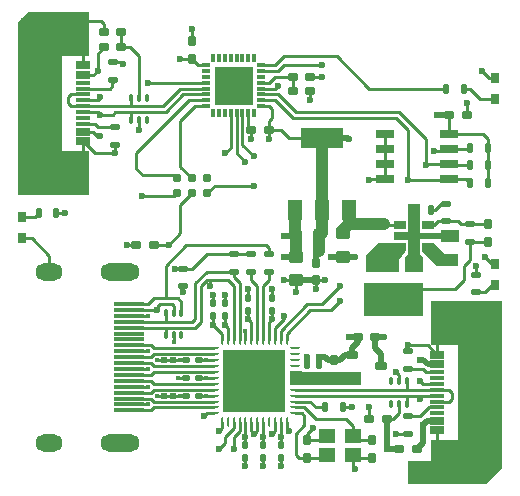
<source format=gtl>
%FSLAX46Y46*%
%MOMM*%
%ADD10C,0.250000*%
%ADD13C,0.286000*%
%ADD11C,0.500000*%
%ADD12C,1.000000*%
%AMPS40*
21,1,5.300000,5.300000,0.000000,0.000000,180.000000*
%
%ADD40PS40*%
%AMPS22*
21,1,0.250000,0.500000,0.000000,0.000000,90.000000*
%
%ADD22PS22*%
%AMPS25*
21,1,0.250000,0.500000,0.000000,0.000000,270.000000*
%
%ADD25PS25*%
%AMPS44*
21,1,0.600000,1.500000,0.000000,0.000000,90.000000*
%
%ADD44PS44*%
%AMPS43*
21,1,0.600000,1.500000,0.000000,0.000000,270.000000*
%
%ADD43PS43*%
%AMPS23*
21,1,0.450000,0.500000,0.000000,0.000000,90.000000*
%
%ADD23PS23*%
%AMPS24*
21,1,0.450000,0.500000,0.000000,0.000000,270.000000*
%
%ADD24PS24*%
%AMPS45*
21,1,1.250000,1.750000,0.000000,0.000000,0.000000*
%
%ADD45PS45*%
%AMPS49*
21,1,0.600000,1.150000,0.000000,0.000000,90.000000*
%
%ADD49PS49*%
%AMPS30*
21,1,0.600000,1.150000,0.000000,0.000000,270.000000*
%
%ADD30PS30*%
%AMPS53*
21,1,0.300000,0.600000,0.000000,0.000000,0.000000*
%
%ADD53PS53*%
%AMPS55*
21,1,0.300000,0.600000,0.000000,0.000000,90.000000*
%
%ADD55PS55*%
%AMPS54*
21,1,0.300000,0.600000,0.000000,0.000000,180.000000*
%
%ADD54PS54*%
%AMPS56*
21,1,0.300000,0.600000,0.000000,0.000000,270.000000*
%
%ADD56PS56*%
%AMPS46*
21,1,3.500000,1.750000,0.000000,0.000000,0.000000*
%
%ADD46PS46*%
%AMPS58*
21,1,0.300000,2.600000,0.000000,0.000000,270.000000*
%
%ADD58PS58*%
%AMPS16*
21,1,1.000000,2.700000,0.000000,0.000000,270.000000*
%
%ADD16PS16*%
%AMPS50*
21,1,2.180000,2.000000,0.000000,0.000000,90.000000*
%
%ADD50PS50*%
%AMPS31*
21,1,2.180000,2.000000,0.000000,0.000000,270.000000*
%
%ADD31PS31*%
%AMPS51*
21,1,0.300000,1.150000,0.000000,0.000000,90.000000*
%
%ADD51PS51*%
%AMPS32*
21,1,0.300000,1.150000,0.000000,0.000000,270.000000*
%
%ADD32PS32*%
%AMPS18*
21,1,0.700000,1.000000,0.000000,0.000000,270.000000*
%
%ADD18PS18*%
%AMPS52*
21,1,1.400000,1.200000,0.000000,0.000000,180.000000*
%
%ADD52PS52*%
%AMPS34*
21,1,0.800000,0.700000,0.000000,0.000000,90.000000*
%
%ADD34PS34*%
%AMPS48*
21,1,0.800000,0.700000,0.000000,0.000000,270.000000*
%
%ADD48PS48*%
%AMPS62*
1,1,0.600000,0.000000,0.000000*
%
%ADD62PS62*%
%AMPS63*
1,1,0.450000,0.000000,0.000000*
%
%ADD63PS63*%
%AMPS59*
21,1,1.800000,1.500000,0.000000,0.000000,0.000000*
1,1,1.500000,0.900000,0.000000*
1,1,1.500000,-0.900000,0.000000*
%
%ADD59PS59*%
%AMPS60*
21,1,0.800000,1.500000,0.000000,0.000000,0.000000*
1,1,1.500000,0.400000,0.000000*
1,1,1.500000,-0.400000,0.000000*
%
%ADD60PS60*%
%AMPS21*
1,1,0.360000,0.220000,-0.195000*
1,1,0.360000,-0.220000,0.195000*
1,1,0.360000,0.220000,0.195000*
21,1,0.800000,0.390000,0.000000,0.000000,0.000000*
21,1,0.440000,0.750000,0.000000,0.000000,0.000000*
1,1,0.360000,-0.220000,-0.195000*
%
%ADD21PS21*%
%AMPS15*
1,1,0.360000,0.195000,0.220000*
1,1,0.360000,-0.195000,-0.220000*
1,1,0.360000,-0.195000,0.220000*
21,1,0.800000,0.390000,0.000000,0.000000,90.000000*
21,1,0.440000,0.750000,0.000000,0.000000,90.000000*
1,1,0.360000,0.195000,-0.220000*
%
%ADD15PS15*%
%AMPS35*
1,1,0.360000,-0.220000,0.195000*
1,1,0.360000,0.220000,-0.195000*
1,1,0.360000,-0.220000,-0.195000*
21,1,0.800000,0.390000,0.000000,0.000000,180.000000*
21,1,0.440000,0.750000,0.000000,0.000000,180.000000*
1,1,0.360000,0.220000,0.195000*
%
%ADD35PS35*%
%AMPS29*
1,1,0.360000,-0.195000,-0.220000*
1,1,0.360000,0.195000,0.220000*
1,1,0.360000,0.195000,-0.220000*
21,1,0.800000,0.390000,0.000000,0.000000,270.000000*
21,1,0.440000,0.750000,0.000000,0.000000,270.000000*
1,1,0.360000,-0.195000,0.220000*
%
%ADD29PS29*%
%AMPS17*
1,1,0.500000,0.375000,0.250000*
1,1,0.500000,-0.375000,-0.250000*
1,1,0.500000,-0.375000,0.250000*
21,1,1.000000,0.750000,0.000000,0.000000,90.000000*
21,1,0.500000,1.250000,0.000000,0.000000,90.000000*
1,1,0.500000,0.375000,-0.250000*
%
%ADD17PS17*%
%AMPS61*
1,1,0.500000,-0.250000,0.375000*
1,1,0.500000,0.250000,-0.375000*
1,1,0.500000,-0.250000,-0.375000*
21,1,1.000000,0.750000,0.000000,0.000000,180.000000*
21,1,0.500000,1.250000,0.000000,0.000000,180.000000*
1,1,0.500000,0.250000,0.375000*
%
%ADD61PS61*%
%AMPS47*
1,1,0.500000,-0.375000,-0.250000*
1,1,0.500000,0.375000,0.250000*
1,1,0.500000,0.375000,-0.250000*
21,1,1.000000,0.750000,0.000000,0.000000,270.000000*
21,1,0.500000,1.250000,0.000000,0.000000,270.000000*
1,1,0.500000,-0.375000,0.250000*
%
%ADD47PS47*%
%AMPS39*
1,1,0.125000,-0.062500,0.337500*
1,1,0.125000,0.062500,-0.337500*
1,1,0.125000,-0.062500,-0.337500*
21,1,0.250000,0.675000,0.000000,0.000000,180.000000*
21,1,0.125000,0.800000,0.000000,0.000000,180.000000*
1,1,0.125000,0.062500,0.337500*
%
%ADD39PS39*%
%AMPS26*
1,1,0.240000,0.130000,-0.330000*
1,1,0.240000,-0.130000,0.330000*
1,1,0.240000,0.130000,0.330000*
21,1,0.500000,0.660000,0.000000,0.000000,0.000000*
21,1,0.260000,0.900000,0.000000,0.000000,0.000000*
1,1,0.240000,-0.130000,-0.330000*
%
%ADD26PS26*%
%AMPS36*
1,1,0.240000,0.330000,0.130000*
1,1,0.240000,-0.330000,-0.130000*
1,1,0.240000,-0.330000,0.130000*
21,1,0.500000,0.660000,0.000000,0.000000,90.000000*
21,1,0.260000,0.900000,0.000000,0.000000,90.000000*
1,1,0.240000,0.330000,-0.130000*
%
%ADD36PS36*%
%AMPS33*
1,1,0.240000,-0.130000,0.330000*
1,1,0.240000,0.130000,-0.330000*
1,1,0.240000,-0.130000,-0.330000*
21,1,0.500000,0.660000,0.000000,0.000000,180.000000*
21,1,0.260000,0.900000,0.000000,0.000000,180.000000*
1,1,0.240000,0.130000,0.330000*
%
%ADD33PS33*%
%AMPS20*
1,1,0.240000,-0.330000,-0.130000*
1,1,0.240000,0.330000,0.130000*
1,1,0.240000,0.330000,-0.130000*
21,1,0.500000,0.660000,0.000000,0.000000,270.000000*
21,1,0.260000,0.900000,0.000000,0.000000,270.000000*
1,1,0.240000,-0.330000,0.130000*
%
%ADD20PS20*%
%AMPS28*
1,1,0.200000,0.110000,-0.200000*
1,1,0.200000,-0.110000,0.200000*
1,1,0.200000,0.110000,0.200000*
21,1,0.420000,0.400000,0.000000,0.000000,0.000000*
21,1,0.220000,0.600000,0.000000,0.000000,0.000000*
1,1,0.200000,-0.110000,-0.200000*
%
%ADD28PS28*%
%AMPS27*
1,1,0.200000,-0.110000,0.200000*
1,1,0.200000,0.110000,-0.200000*
1,1,0.200000,-0.110000,-0.200000*
21,1,0.420000,0.400000,0.000000,0.000000,180.000000*
21,1,0.220000,0.600000,0.000000,0.000000,180.000000*
1,1,0.200000,0.110000,0.200000*
%
%ADD27PS27*%
%AMPS14*
1,1,0.240000,0.130000,0.180000*
1,1,0.240000,-0.130000,-0.180000*
1,1,0.240000,-0.130000,0.180000*
21,1,0.600000,0.260000,0.000000,0.000000,90.000000*
21,1,0.360000,0.500000,0.000000,0.000000,90.000000*
1,1,0.240000,0.130000,-0.180000*
%
%ADD14PS14*%
%AMPS37*
1,1,0.240000,-0.180000,0.130000*
1,1,0.240000,0.180000,-0.130000*
1,1,0.240000,-0.180000,-0.130000*
21,1,0.600000,0.260000,0.000000,0.000000,180.000000*
21,1,0.360000,0.500000,0.000000,0.000000,180.000000*
1,1,0.240000,0.180000,0.130000*
%
%ADD37PS37*%
%AMPS19*
1,1,0.240000,-0.130000,-0.180000*
1,1,0.240000,0.130000,0.180000*
1,1,0.240000,0.130000,-0.180000*
21,1,0.600000,0.260000,0.000000,0.000000,270.000000*
21,1,0.360000,0.500000,0.000000,0.000000,270.000000*
1,1,0.240000,-0.130000,0.180000*
%
%ADD19PS19*%
%AMPS41*
1,1,0.340000,0.330000,0.180000*
1,1,0.340000,-0.330000,-0.180000*
1,1,0.340000,-0.330000,0.180000*
21,1,0.700000,0.660000,0.000000,0.000000,90.000000*
21,1,0.360000,1.000000,0.000000,0.000000,90.000000*
1,1,0.340000,0.330000,-0.180000*
%
%ADD41PS41*%
%AMPS38*
1,1,0.125000,-0.337500,0.062500*
1,1,0.125000,0.337500,-0.062500*
1,1,0.125000,-0.337500,-0.062500*
21,1,0.800000,0.125000,0.000000,0.000000,180.000000*
21,1,0.675000,0.250000,0.000000,0.000000,180.000000*
1,1,0.125000,0.337500,0.062500*
%
%ADD38PS38*%
%AMPS57*
21,1,3.300000,3.300000,0.000000,0.000000,180.000000*
%
%ADD57PS57*%
%AMPS42*
1,1,0.787400,0.000000,0.000000*
%
%ADD42PS42*%
G01*
%LPD*%
G36*
X6500000Y25250000D02*
X6500000Y29000000D01*
X4250000Y29000000D01*
X4250000Y37000000D01*
X6500000Y37000000D01*
X6500000Y40750000D01*
X1367695Y40750000D01*
X500000Y39882305D01*
X500000Y25250000D01*
X6500000Y25250000D01*
D02*
G37*
%LPD*%
G36*
X34750000Y18750000D02*
X34750000Y19999999D01*
X34505001Y20245000D01*
X34495000Y20245000D01*
X34495000Y21355000D01*
X34500000Y21355000D01*
X34500000Y21500000D01*
X36300000Y21500000D01*
X36300000Y21250000D01*
X37800000Y21250000D01*
X37800000Y22250000D01*
X36300000Y22250000D01*
X36300000Y22000000D01*
X34500000Y22000000D01*
X34500000Y22145000D01*
X34495000Y22145000D01*
X34495000Y23255000D01*
X34500000Y23255000D01*
X34500000Y24500000D01*
X33500000Y24500000D01*
X33500000Y23255000D01*
X33505000Y23255000D01*
X33505000Y22145000D01*
X33500000Y22145000D01*
X33500000Y22100000D01*
X32300000Y22100000D01*
X32300000Y21400000D01*
X33500000Y21400000D01*
X33500000Y21355000D01*
X33505000Y21355000D01*
X33505000Y20245000D01*
X33494999Y20245000D01*
X33250000Y19999999D01*
X33250000Y18750000D01*
X34750000Y18750000D01*
D02*
G37*
%LPD*%
G36*
X37750000Y19250000D02*
X37750000Y20250000D01*
X36650001Y20250000D01*
X35749999Y21150000D01*
X34700000Y21150000D01*
X34700000Y20450000D01*
X34799999Y20450000D01*
X36000001Y19250000D01*
X37750000Y19250000D01*
D02*
G37*
%LPD*%
G36*
X32750000Y18750000D02*
X32750000Y19750000D01*
X33300000Y20450000D01*
X33300000Y21150000D01*
X31000001Y21150000D01*
X29950000Y20100000D01*
X29950000Y18750000D01*
X32750000Y18750000D01*
D02*
G37*
%LPD*%
G36*
X34750000Y15000000D02*
X34750000Y17750000D01*
X29750000Y17750000D01*
X29750000Y15000000D01*
X34750000Y15000000D01*
D02*
G37*
%LPD*%
G36*
X40132305Y750000D02*
X41490000Y2107695D01*
X41490000Y16250000D01*
X35500000Y16250000D01*
X35500000Y12500000D01*
X37750000Y12500000D01*
X37750000Y4500000D01*
X35500000Y4500000D01*
X35500000Y2750000D01*
X33500000Y2750000D01*
X33500000Y750000D01*
X40132305Y750000D01*
D02*
G37*
%LPD*%
G36*
X29500000Y9125000D02*
X29500000Y10250000D01*
X24500000Y10250000D01*
X24500000Y10375000D01*
X23550000Y10375000D01*
X23550000Y9125000D01*
X29500000Y9125000D01*
D02*
G37*
%LPD*%
G01*
%LPD*%
D10*
X35995000Y5300000D02*
X35995000Y3965000D01*
D10*
X33400000Y7550000D02*
X33400000Y8160800D01*
D10*
X38750000Y21250000D02*
X38750000Y19750000D01*
D10*
X14250000Y36750000D02*
X15250000Y36750000D01*
D11*
X31750000Y5250000D02*
X31750000Y6250000D01*
D10*
X10500000Y21000000D02*
X9750000Y21000000D01*
D10*
X8500000Y32000000D02*
X8750000Y32250000D01*
D10*
X34505400Y8750000D02*
X34500000Y8744600D01*
D10*
X22000000Y32500000D02*
X22000000Y31750000D01*
D11*
X31200000Y11800000D02*
X31200000Y10750000D01*
D10*
X12850000Y9249998D02*
X13650000Y9249998D01*
D10*
X9250000Y37750000D02*
X10000000Y37750000D01*
D10*
X12500000Y16000000D02*
X13500000Y16000000D01*
D10*
X12250002Y8249998D02*
X12250000Y8250000D01*
D10*
X18250000Y14000000D02*
X18000000Y14250000D01*
D10*
X39250000Y17000000D02*
X40000000Y17000000D01*
D10*
X32800000Y22700000D02*
X31550000Y22700000D01*
D10*
X6005000Y34250000D02*
X8270166Y34250000D01*
D10*
X14750000Y21000000D02*
X13000000Y19250000D01*
D11*
X27999992Y19999944D02*
X28999944Y19999944D01*
D10*
X15250000Y26635000D02*
X14250000Y27635000D01*
D10*
X34520000Y8235400D02*
X34500000Y8255400D01*
D10*
X36950000Y26595000D02*
X38405000Y26595000D01*
D10*
X13025000Y15250000D02*
X13025000Y14525000D01*
D10*
X7750000Y39750000D02*
X7500000Y40000000D01*
D10*
X13675000Y15825000D02*
X13675000Y15250000D01*
D10*
X24250000Y3000000D02*
X25000000Y3000000D01*
D10*
X12000020Y8749998D02*
X12850000Y8749998D01*
D10*
X12250000Y15750000D02*
X12500000Y16000000D01*
D10*
X3150000Y20100000D02*
X1650000Y21600000D01*
D10*
X13675000Y13350000D02*
X13675000Y12825000D01*
D10*
X40250000Y30000000D02*
X39845000Y30405000D01*
D10*
X21750000Y20250000D02*
X21750000Y20750000D01*
D11*
X35170000Y10900000D02*
X35995000Y10900000D01*
D10*
X38250000Y18000112D02*
X37499944Y17250056D01*
D10*
X11750000Y8000000D02*
X12000013Y7749987D01*
D10*
X21250000Y12950000D02*
X21250000Y17500000D01*
D10*
X14250000Y11250000D02*
X13650002Y11250000D01*
D11*
X25750000Y20250000D02*
X26000000Y20500000D01*
D10*
X26600000Y3000000D02*
X25000000Y3000000D01*
D10*
X6005000Y35400000D02*
X6880000Y35400000D01*
D10*
X17750000Y5500000D02*
X17500000Y5250000D01*
D10*
X12850000Y7749998D02*
X13650000Y7749998D01*
D10*
X22750000Y6050000D02*
X22750000Y4750000D01*
D10*
X16500000Y20250000D02*
X18750000Y20250000D01*
D10*
X13000000Y32250000D02*
X10171432Y32250000D01*
D10*
X16750000Y18000000D02*
X18250000Y18000000D01*
D10*
X25750000Y7250000D02*
X26500000Y7250000D01*
D10*
X16500000Y20250000D02*
X15250000Y19000000D01*
D11*
X34250000Y3750000D02*
X34770000Y4270000D01*
D10*
X18000000Y4250000D02*
X17500000Y3750000D01*
D10*
X17050000Y8750000D02*
X13650002Y8750000D01*
D10*
X11999998Y10249998D02*
X12850000Y10249998D01*
D10*
X37020000Y7750000D02*
X35995000Y7750000D01*
D10*
X32250000Y6250000D02*
X31750000Y6250000D01*
D10*
X35200000Y22700000D02*
X35750000Y22700000D01*
D10*
X34520000Y6500000D02*
X33520000Y6500000D01*
D10*
X18750000Y17500000D02*
X18750000Y12950000D01*
D10*
X19250000Y17750000D02*
X18750000Y18250000D01*
D10*
X6005000Y29800000D02*
X6005000Y28465000D01*
D10*
X24000000Y5000000D02*
X24000000Y3250000D01*
D10*
X23000056Y20000056D02*
X23000000Y20000000D01*
D10*
X33520000Y5000000D02*
X32520000Y5000000D01*
D12*
X27999992Y21999944D02*
X27999992Y22249992D01*
D10*
X20750000Y5250000D02*
X20750000Y6050000D01*
D10*
X7480000Y30250000D02*
X7180000Y30250000D01*
D10*
X15500000Y32750000D02*
X16400000Y32750000D01*
D10*
X19500000Y29500000D02*
X20500000Y28500000D01*
D10*
X15250000Y25365000D02*
X14250000Y24365000D01*
D10*
X23450000Y30050000D02*
X26250000Y30050000D01*
D10*
X26250000Y16000000D02*
X27750000Y17500000D01*
D10*
X30500000Y4500000D02*
X29150000Y4500000D01*
D10*
X38000000Y22750000D02*
X38750000Y22750000D01*
D10*
X17750000Y6050000D02*
X17750000Y5500000D01*
D10*
X10100000Y31550000D02*
X10100000Y32178568D01*
D11*
X26750000Y11250000D02*
X26500000Y11500000D01*
D10*
X20000000Y31000000D02*
X20250000Y30750000D01*
D10*
X17155000Y26000000D02*
X20500000Y26000000D01*
D10*
X6880000Y35400000D02*
X7230000Y35750000D01*
D10*
X16520000Y25365000D02*
X17155000Y26000000D01*
D10*
X8480000Y34459834D02*
X8500000Y35000000D01*
D10*
X15000000Y33250000D02*
X10500000Y28750000D01*
D11*
X26500000Y11500000D02*
X26000000Y11500000D01*
D10*
X32500000Y31750000D02*
X23750000Y31750000D01*
D10*
X23950000Y7750000D02*
X25250000Y7750000D01*
D10*
X36750000Y23000000D02*
X37750000Y23000000D01*
D10*
X22750000Y13750000D02*
X25000000Y16000000D01*
D10*
X35995000Y9250000D02*
X34770000Y9250000D01*
D10*
X12750000Y32750000D02*
X14250000Y34250000D01*
D10*
X32750000Y32250000D02*
X35000000Y30000000D01*
D10*
X17000000Y14250000D02*
X17750000Y13500000D01*
D10*
X21750000Y32750000D02*
X22000000Y32500000D01*
D10*
X7230000Y32250000D02*
X7480000Y32000000D01*
D10*
X35995000Y11700000D02*
X35995000Y13035000D01*
D10*
X6005000Y37535000D02*
X5430000Y38110000D01*
D10*
X23955400Y8744600D02*
X33505400Y8744600D01*
D10*
X16425000Y11250000D02*
X15800000Y11250000D01*
D10*
X23250000Y13500000D02*
X25250000Y15500000D01*
D10*
X12000002Y10749998D02*
X12850000Y10749998D01*
D10*
X23000008Y21750008D02*
X23000000Y21750000D01*
D10*
X24750000Y7250000D02*
X25750000Y6250000D01*
D10*
X1650000Y21600000D02*
X850000Y21600000D01*
D10*
X27000000Y15500000D02*
X27750000Y16250000D01*
D10*
X19750000Y6050000D02*
X19750000Y4750000D01*
D10*
X21250000Y4750000D02*
X21250000Y4050000D01*
D10*
X17000000Y14950000D02*
X17000000Y14250000D01*
D10*
X20000000Y15450000D02*
X20000000Y14750000D01*
D10*
X7230000Y35750000D02*
X7230000Y37209834D01*
D10*
X40250000Y29250000D02*
X40250000Y30000000D01*
D10*
X25250000Y7750000D02*
X25750000Y7250000D01*
D10*
X35995000Y8750000D02*
X34505400Y8750000D01*
D12*
X25999944Y21750008D02*
X25999944Y20500056D01*
D10*
X18750000Y18750000D02*
X16500000Y18750000D01*
D11*
X27750000Y11250000D02*
X28200000Y11700000D01*
D10*
X40900000Y33350000D02*
X39650000Y33350000D01*
D10*
X22250000Y12950000D02*
X22250000Y14000000D01*
D10*
X35270000Y7250000D02*
X34520000Y6500000D01*
D10*
X12850000Y11749998D02*
X13650000Y11749998D01*
D10*
X30345000Y26595000D02*
X30250000Y26500000D01*
D11*
X30750000Y12250000D02*
X31200000Y11800000D01*
D10*
X32750000Y10000000D02*
X32500000Y10250000D01*
D10*
X17000000Y16050000D02*
X17000000Y16750000D01*
D10*
X34770000Y9250000D02*
X34520000Y9500000D01*
D10*
X35995000Y13035000D02*
X36570000Y13610000D01*
D10*
X9870000Y12500000D02*
X11750000Y12500000D01*
D10*
X23250000Y6050000D02*
X23250000Y5479436D01*
D10*
X35995000Y8250000D02*
X34505400Y8250000D01*
D10*
X28850000Y3200000D02*
X28850000Y2150000D01*
D10*
X22500000Y33750000D02*
X24000000Y32250000D01*
D10*
X10100000Y32821432D02*
X10171432Y32750000D01*
D10*
X30500000Y3000000D02*
X29050000Y3000000D01*
D10*
X35750000Y22700000D02*
X36050000Y23000000D01*
D10*
X29150000Y4500000D02*
X28850000Y4800000D01*
D10*
X16500000Y18750000D02*
X15500000Y17750000D01*
D10*
X35000000Y30000000D02*
X35000000Y27750000D01*
D10*
X35750000Y29000000D02*
X36815000Y29000000D01*
D10*
X13650000Y10749998D02*
X17050000Y10750000D01*
D10*
X12850000Y11249998D02*
X12250002Y11249998D01*
D10*
X14000000Y16500000D02*
X14325000Y16175000D01*
D10*
X26650000Y3200000D02*
X26600000Y3000000D01*
D10*
X13650002Y8750000D02*
X13650000Y8749998D01*
D10*
X10750000Y31550000D02*
X10750000Y30750000D01*
D10*
X9870000Y12000000D02*
X11500000Y12000000D01*
D10*
X11750000Y12500000D02*
X12000002Y12249998D01*
D10*
X16400000Y33250000D02*
X15000000Y33250000D01*
D10*
X10171432Y32750000D02*
X12750000Y32750000D01*
D10*
X25250000Y15500000D02*
X27000000Y15500000D01*
D11*
X29250000Y13250000D02*
X28500000Y13250000D01*
D10*
X15500000Y14000000D02*
X16000000Y14500000D01*
D10*
X22000000Y31750000D02*
X21750000Y31500000D01*
D10*
X13650002Y11250000D02*
X13650000Y11249998D01*
D10*
X39650000Y33350000D02*
X38750000Y34250000D01*
D11*
X23999944Y21750008D02*
X23000008Y21750008D01*
D10*
X26350000Y4500000D02*
X25000000Y4500000D01*
D10*
X29050000Y3000000D02*
X28850000Y3200000D01*
D10*
X24000000Y32250000D02*
X32750000Y32250000D01*
D11*
X29250000Y13250000D02*
X29250000Y12750000D01*
D10*
X15500000Y17750000D02*
X15500000Y14750000D01*
D10*
X6005000Y29800000D02*
X7055000Y28750000D01*
D10*
X16000000Y17500000D02*
X16500000Y18000000D01*
D13*
X23950000Y8750000D02*
X23955400Y8744600D01*
D11*
X35995000Y6100000D02*
X35120000Y6100000D01*
D11*
X26250000Y30050000D02*
X28450000Y30050000D01*
D10*
X23000000Y36250000D02*
X26250000Y36250000D01*
D10*
X16425000Y8250000D02*
X15800000Y8250000D01*
D10*
X21750000Y14500000D02*
X22000000Y14750000D01*
D10*
X10000000Y37750000D02*
X10750000Y37000000D01*
D10*
X12000013Y7749987D02*
X12000024Y7749998D01*
D11*
X30750000Y13250000D02*
X31500000Y13250000D01*
D10*
X14250000Y8250000D02*
X13650002Y8250000D01*
D10*
X16000000Y14500000D02*
X16000000Y17500000D01*
D10*
X22000000Y15450000D02*
X22000000Y14750000D01*
D10*
X19750000Y4050000D02*
X19750000Y4750000D01*
D10*
X23000056Y18000056D02*
X23000000Y18000000D01*
D11*
X25000000Y10800000D02*
X25000000Y11500000D01*
D11*
X26000000Y10800000D02*
X26000000Y11500000D01*
D10*
X13650000Y7249998D02*
X17050000Y7250000D01*
D10*
X40250000Y26250000D02*
X40250000Y27750000D01*
D10*
X20250000Y5250000D02*
X20500000Y5000000D01*
D10*
X9870000Y10500000D02*
X11500000Y10500000D01*
D10*
X21750000Y18000000D02*
X21250000Y17500000D01*
D10*
X3750000Y23750000D02*
X4500000Y23750000D01*
D10*
X25250000Y34000000D02*
X25250000Y33250000D01*
D10*
X22500000Y35750000D02*
X23000000Y36250000D01*
D10*
X10750000Y37000000D02*
X10750000Y33450000D01*
D10*
X7480000Y32000000D02*
X8500000Y32000000D01*
D10*
X6005000Y31250000D02*
X6980000Y31250000D01*
D10*
X20500000Y5000000D02*
X20750000Y5250000D01*
D10*
X14325000Y16175000D02*
X14325000Y15250000D01*
D10*
X10500000Y28750000D02*
X10500000Y27476022D01*
D11*
X27250000Y11250000D02*
X27750000Y11250000D01*
D10*
X18250000Y18000000D02*
X18750000Y17500000D01*
D10*
X26650000Y4800000D02*
X26350000Y4500000D01*
D10*
X11750000Y11000000D02*
X12000002Y10749998D01*
D10*
X7230000Y37209834D02*
X7750000Y37750000D01*
D11*
X24000008Y20000056D02*
X23000056Y20000056D01*
D11*
X34770000Y4270000D02*
X34770000Y5750000D01*
D10*
X38500000Y32000000D02*
X38500000Y33000000D01*
D10*
X21100000Y35750000D02*
X22500000Y35750000D01*
D11*
X28800000Y12300000D02*
X28800000Y11700000D01*
D10*
X23000000Y37000000D02*
X27500000Y37000000D01*
D10*
X13500000Y16000000D02*
X13675000Y15825000D01*
D10*
X23250000Y5479436D02*
X23458871Y5270565D01*
D10*
X40000000Y17000000D02*
X40600000Y17600000D01*
D12*
X23950000Y21799952D02*
X23999944Y21750008D01*
D10*
X15250000Y14500000D02*
X13000000Y14500000D01*
D10*
X28000000Y7250000D02*
X28750000Y7250000D01*
D10*
X23750000Y31750000D02*
X22250000Y33250000D01*
D12*
X28600000Y22750000D02*
X31500000Y22750000D01*
D11*
X27250000Y11250000D02*
X26750000Y11250000D01*
D10*
X38750000Y22750000D02*
X40250000Y22750000D01*
D10*
X13025000Y13350000D02*
X13025000Y13975000D01*
D10*
X9870000Y9000000D02*
X11500000Y9000000D01*
D10*
X12000009Y8750009D02*
X12000020Y8749998D01*
D10*
X7230000Y31000000D02*
X8750000Y31000000D01*
D10*
X22750000Y30750000D02*
X23450000Y30050000D01*
D10*
X11047323Y26928699D02*
X13686301Y26928699D01*
D10*
X15750000Y36250000D02*
X15250000Y36750000D01*
D10*
X20250000Y14500000D02*
X20000000Y14750000D01*
D10*
X4730000Y33500000D02*
X4980000Y33750000D01*
D10*
X33500000Y12000000D02*
X33500000Y12500000D01*
D10*
X11750000Y9500000D02*
X12000002Y9249998D01*
D10*
X4980000Y33750000D02*
X6005000Y33750000D01*
D10*
X24000000Y3250000D02*
X24250000Y3000000D01*
D10*
X30250000Y6250000D02*
X30250000Y7250000D01*
D10*
X16425000Y9750000D02*
X17050000Y9750000D01*
D10*
X19250000Y6050000D02*
X19250000Y5250000D01*
D10*
X11999998Y7249998D02*
X12850000Y7249998D01*
D10*
X13000000Y14000000D02*
X15500000Y14000000D01*
D10*
X12250000Y15500000D02*
X9870000Y15500000D01*
D10*
X30250000Y34250000D02*
X36750000Y34250000D01*
D10*
X18000000Y14950000D02*
X18000000Y14250000D01*
D12*
X26250000Y23950000D02*
X26250000Y22000064D01*
D10*
X40900000Y35150000D02*
X40350000Y35150000D01*
D10*
X14250000Y27635000D02*
X14250000Y31500000D01*
D10*
X14500000Y33750000D02*
X13000000Y32250000D01*
D10*
X21100000Y34750000D02*
X21750000Y34750000D01*
D12*
X23999944Y20000120D02*
X24000008Y20000056D01*
D10*
X14500000Y17500000D02*
X14500000Y17000000D01*
D10*
X16400000Y33750000D02*
X14500000Y33750000D01*
D10*
X21750000Y31500000D02*
X21750000Y30750000D01*
D10*
X31550000Y30405000D02*
X31550000Y29135000D01*
D10*
X9250000Y37750000D02*
X9250000Y39000000D01*
D10*
X21100000Y36250000D02*
X22250000Y36250000D01*
D10*
X11750000Y10000000D02*
X11999998Y10249998D01*
D10*
X23955400Y8255400D02*
X33494600Y8255400D01*
D10*
X14700000Y11250000D02*
X14250000Y11250000D01*
D11*
X30750000Y13250000D02*
X30750000Y12250000D01*
D10*
X14250000Y22000000D02*
X13250000Y21000000D01*
D10*
X23950000Y7250000D02*
X24750000Y7250000D01*
D10*
X18750000Y18250000D02*
X18750000Y18750000D01*
D10*
X11500000Y16000000D02*
X12000000Y16500000D01*
D10*
X13650002Y8250000D02*
X13650000Y8249998D01*
D10*
X36050000Y23000000D02*
X36750000Y23000000D01*
D10*
X37020000Y8750000D02*
X37270000Y8500000D01*
D10*
X6830000Y30600000D02*
X6005000Y30600000D01*
D10*
X24500000Y6750000D02*
X24750000Y6500000D01*
D10*
X17050000Y12250000D02*
X13650000Y12249998D01*
D10*
X20250000Y30750000D02*
X20250000Y30000000D01*
D10*
X35500000Y24000000D02*
X35800000Y24000000D01*
D10*
X13980000Y25365000D02*
X13744680Y25129680D01*
D10*
X7750000Y39000000D02*
X7750000Y39750000D01*
D10*
X36950000Y27865000D02*
X35115000Y27865000D01*
D10*
X20000000Y16550000D02*
X20000000Y17250000D01*
D10*
X18750000Y4750000D02*
X18750000Y3750000D01*
D12*
X27999992Y22249992D02*
X28550000Y22800000D01*
D10*
X12850000Y11249998D02*
X13650000Y11249998D01*
D11*
X32750000Y3750000D02*
X31750000Y3750000D01*
D10*
X12000009Y11750009D02*
X12000020Y11749998D01*
D10*
X13650000Y10249998D02*
X12850000Y10249998D01*
D10*
X9870000Y15000000D02*
X11495000Y15000000D01*
D12*
X23950000Y23950000D02*
X23950000Y21799952D01*
D10*
X21750000Y30750000D02*
X22750000Y30750000D01*
D10*
X34770000Y10500000D02*
X33500000Y10500000D01*
D10*
X35995000Y8750000D02*
X37020000Y8750000D01*
D10*
X19000000Y32150000D02*
X19000000Y28750000D01*
D10*
X21250000Y2950000D02*
X21250000Y2250000D01*
D10*
X22250000Y6050000D02*
X22250000Y5250000D01*
D10*
X35995000Y3965000D02*
X36570000Y3390000D01*
D10*
X36950000Y30405000D02*
X36950000Y31950000D01*
D10*
X38750000Y19750000D02*
X38250000Y19250000D01*
D10*
X17050000Y7750000D02*
X13650002Y7750000D01*
D11*
X31750000Y3750000D02*
X31750000Y5250000D01*
D10*
X31550000Y22700000D02*
X31500000Y22750000D01*
D10*
X20750000Y12950000D02*
X20750000Y17500000D01*
D10*
X21100000Y32750000D02*
X21750000Y32750000D01*
D10*
X19750000Y12950000D02*
X19750000Y13745000D01*
D10*
X4980000Y32750000D02*
X4730000Y33000000D01*
D10*
X9870000Y11500000D02*
X11750000Y11500000D01*
D10*
X16400000Y36250000D02*
X15750000Y36250000D01*
D11*
X29250000Y12750000D02*
X28800000Y12300000D01*
D10*
X13000000Y19250000D02*
X13000000Y16500000D01*
D11*
X25750000Y19500000D02*
X25750000Y20250000D01*
D10*
X18500000Y29250000D02*
X18500000Y32150000D01*
D10*
X39845000Y30405000D02*
X36950000Y30405000D01*
D10*
X12000002Y12249998D02*
X12850000Y12249998D01*
D10*
X38635000Y29135000D02*
X38750000Y29250000D01*
D10*
X23250000Y12950000D02*
X23250000Y13500000D01*
D10*
X34000008Y17250056D02*
X31400056Y17250056D01*
D11*
X28999944Y19999944D02*
X29000000Y20000000D01*
D10*
X14700000Y8250000D02*
X14250000Y8250000D01*
D10*
X12000000Y16500000D02*
X13000000Y16500000D01*
D10*
X7055000Y28750000D02*
X8750000Y28750000D01*
D10*
X9870000Y14500000D02*
X13000000Y14500000D01*
D10*
X12000020Y11749998D02*
X12850000Y11749998D01*
D10*
X9870000Y10000000D02*
X11750000Y10000000D01*
D10*
X12850000Y7249998D02*
X13650000Y7249998D01*
D10*
X25250000Y35250000D02*
X26250000Y35250000D01*
D10*
X16500000Y18000000D02*
X16750000Y18000000D01*
D10*
X8270166Y34250000D02*
X8480000Y34459834D01*
D10*
X28850000Y5650000D02*
X28850000Y4800000D01*
D11*
X34820000Y11250000D02*
X35170000Y10900000D01*
D11*
X34520000Y11250000D02*
X34820000Y11250000D01*
D10*
X23950000Y6750000D02*
X24500000Y6750000D01*
D10*
X14250000Y24365000D02*
X14250000Y22000000D01*
D10*
X34505400Y8250000D02*
X34500000Y8255400D01*
D10*
X28850000Y2150000D02*
X29000000Y2000000D01*
D10*
X6980000Y31250000D02*
X7230000Y31000000D01*
D10*
X38750000Y34250000D02*
X38250000Y34250000D01*
D10*
X38750000Y21250000D02*
X40250000Y21250000D01*
D10*
X11495000Y15000000D02*
X11500000Y14995000D01*
D10*
X18750000Y5500000D02*
X18000000Y4750000D01*
D10*
X12850000Y10749998D02*
X13650000Y10749998D01*
D10*
X38750000Y27750000D02*
X37065000Y27750000D01*
D10*
X9870000Y8000000D02*
X11750000Y8000000D01*
D10*
X18250000Y12950000D02*
X18250000Y14000000D01*
D12*
X25999944Y20500056D02*
X26000000Y20500000D01*
D10*
X19250000Y5250000D02*
X18750000Y4750000D01*
D10*
X27500000Y37000000D02*
X30250000Y34250000D01*
D10*
X1900000Y23400000D02*
X2250000Y23750000D01*
D12*
X26250000Y22000064D02*
X25999944Y21750008D01*
D11*
X28450000Y30050000D02*
X28500000Y30000000D01*
D10*
X21250000Y6050000D02*
X21250000Y4750000D01*
D10*
X22000000Y16550000D02*
X22000000Y17250000D01*
D10*
X17050000Y6750000D02*
X16500000Y6750000D01*
D10*
X8500000Y36500000D02*
X9171432Y36500000D01*
D10*
X17050000Y8250000D02*
X16425000Y8250000D01*
D10*
X9870000Y11000000D02*
X11750000Y11000000D01*
D10*
X20250000Y18750000D02*
X20250000Y18000000D01*
D10*
X19000000Y28750000D02*
X19750000Y28000000D01*
D10*
X23750000Y34000000D02*
X23750000Y35250000D01*
D10*
X21100000Y33750000D02*
X22500000Y33750000D01*
D10*
X12850000Y8249998D02*
X13650000Y8249998D01*
D10*
X9870000Y16000000D02*
X11500000Y16000000D01*
D10*
X22250000Y34250000D02*
X22500000Y34500000D01*
D10*
X33400000Y8850000D02*
X33505400Y8744600D01*
D10*
X14250000Y31500000D02*
X15500000Y32750000D01*
D10*
X36855000Y26500000D02*
X36950000Y26595000D01*
D10*
X38405000Y26595000D02*
X38750000Y26250000D01*
D12*
X28550000Y22800000D02*
X28600000Y22750000D01*
D10*
X13000000Y14000000D02*
X9870000Y14000000D01*
D10*
X40350000Y35150000D02*
X39750000Y35750000D01*
D10*
X15500000Y14750000D02*
X15250000Y14500000D01*
D10*
X12000002Y9249998D02*
X12850000Y9249998D01*
D10*
X38250000Y19250000D02*
X38250000Y18000112D01*
D10*
X33500000Y26500000D02*
X33500000Y30750000D01*
D10*
X12250002Y11249998D02*
X12250000Y11250000D01*
D10*
X16750000Y18000000D02*
X16750000Y17500000D01*
D10*
X24750000Y6500000D02*
X24750000Y5750000D01*
D10*
X21750000Y20750000D02*
X21500000Y21000000D01*
D10*
X18750000Y6050000D02*
X18750000Y5500000D01*
D10*
X15250000Y19000000D02*
X14500000Y19000000D01*
D10*
X33494600Y8255400D02*
X34500000Y8255400D01*
D10*
X10171432Y32750000D02*
X6005000Y32750000D01*
D10*
X12250000Y15500000D02*
X12250000Y15750000D01*
D10*
X20250000Y6050000D02*
X20250000Y5250000D01*
D10*
X36950000Y31950000D02*
X37000000Y32000000D01*
D10*
X33400000Y8160800D02*
X33494600Y8255400D01*
D10*
X32750000Y6750000D02*
X32250000Y6250000D01*
D10*
X19500000Y32150000D02*
X19500000Y29500000D01*
D10*
X6005000Y28465000D02*
X5430000Y27890000D01*
D10*
X10100000Y33450000D02*
X10100000Y32821432D01*
D10*
X31550000Y26595000D02*
X30345000Y26595000D01*
D10*
X40250000Y29250000D02*
X40250000Y27750000D01*
D10*
X21500000Y21000000D02*
X14750000Y21000000D01*
D10*
X6005000Y32250000D02*
X7230000Y32250000D01*
D10*
X18000000Y16050000D02*
X18000000Y16750000D01*
D10*
X19750000Y2950000D02*
X19750000Y2250000D01*
D10*
X4730000Y33000000D02*
X4730000Y33500000D01*
D10*
X35995000Y7250000D02*
X35270000Y7250000D01*
D10*
X24750000Y5750000D02*
X24000000Y5000000D01*
D10*
X35020000Y10250000D02*
X34770000Y10500000D01*
D10*
X21750000Y12950000D02*
X21750000Y14500000D01*
D10*
X11750000Y8500000D02*
X12000009Y8750009D01*
D10*
X37270000Y8000000D02*
X37020000Y7750000D01*
D10*
X7180000Y30250000D02*
X6830000Y30600000D01*
D10*
X11750000Y11500000D02*
X12000009Y11750009D01*
D10*
X6005000Y36200000D02*
X6005000Y37535000D01*
D10*
X24000008Y18000056D02*
X24000008Y17250008D01*
D10*
X15250000Y38250000D02*
X15250000Y39250000D01*
D10*
X13025000Y13975000D02*
X13000000Y14000000D01*
D10*
X20250000Y20250000D02*
X18750000Y20250000D01*
D10*
X20250000Y18000000D02*
X20750000Y17500000D01*
D10*
X10500000Y27476022D02*
X11047323Y26928699D01*
D10*
X20250000Y12950000D02*
X20250000Y14500000D01*
D10*
X9870000Y7500000D02*
X11500000Y7500000D01*
D10*
X6005000Y32750000D02*
X4980000Y32750000D01*
D11*
X35120000Y6100000D02*
X34770000Y5750000D01*
D10*
X25000000Y5000000D02*
X25500000Y5500000D01*
D10*
X21100000Y34250000D02*
X22250000Y34250000D01*
D10*
X17050000Y11250000D02*
X16425000Y11250000D01*
D10*
X12000024Y7749998D02*
X12850000Y7749998D01*
D10*
X12850000Y8249998D02*
X12250002Y8249998D01*
D10*
X8750000Y32250000D02*
X10171432Y32250000D01*
D10*
X32750000Y7550000D02*
X32750000Y6750000D01*
D10*
X13744680Y25129680D02*
X10979680Y25129680D01*
D10*
X24000008Y18000056D02*
X23000056Y18000056D01*
D10*
X13650000Y10249998D02*
X17050000Y10250000D01*
D10*
X22750000Y2950000D02*
X22750000Y2250000D01*
D10*
X35995000Y11700000D02*
X35195000Y12500000D01*
D10*
X37750000Y23000000D02*
X38000000Y22750000D01*
D10*
X7480000Y33480000D02*
X7250000Y33250000D01*
D10*
X24000008Y17250008D02*
X24000000Y17000000D01*
D10*
X3150000Y18750000D02*
X3150000Y20100000D01*
D10*
X37270000Y8500000D02*
X37270000Y8000000D01*
D10*
X11500000Y34750000D02*
X16400000Y34750000D01*
D10*
X21750000Y18750000D02*
X21750000Y18000000D01*
D10*
X33400000Y9450000D02*
X33400000Y8850000D01*
D10*
X17750000Y13500000D02*
X17750000Y12950000D01*
D10*
X12850000Y12249998D02*
X13650000Y12249998D01*
D10*
X21750000Y30750000D02*
X21750000Y30000000D01*
D11*
X36000000Y32000000D02*
X37000000Y32000000D01*
D10*
X7250000Y33250000D02*
X6005000Y33250000D01*
D12*
X23999944Y21750008D02*
X23999944Y20000120D01*
D10*
X40600000Y17600000D02*
X40900000Y17600000D01*
D10*
X36950000Y29135000D02*
X38635000Y29135000D01*
D10*
X13250000Y21000000D02*
X12000000Y21000000D01*
D10*
X35195000Y12500000D02*
X33500000Y12500000D01*
D10*
X15800000Y9750000D02*
X16425000Y9750000D01*
D10*
X25000000Y4500000D02*
X25000000Y5000000D01*
D10*
X25750000Y6250000D02*
X28250000Y6250000D01*
D10*
X22750000Y4750000D02*
X22750000Y4050000D01*
D10*
X37499944Y17250056D02*
X34000008Y17250056D01*
D10*
X23750000Y35250000D02*
X22250000Y35250000D01*
D10*
X13650000Y9249998D02*
X17050000Y9250000D01*
D10*
X13650002Y7750000D02*
X13650000Y7749998D01*
D10*
X14500000Y19000000D02*
X13750000Y19000000D01*
D10*
X13650000Y11749998D02*
X17050000Y11750000D01*
D10*
X35800000Y24000000D02*
X36300000Y24500000D01*
D10*
X22250000Y35250000D02*
X21750000Y34750000D01*
D11*
X24000064Y18000000D02*
X24000008Y18000056D01*
D10*
X25750000Y18000000D02*
X26500000Y18000000D01*
D10*
X39250000Y18500000D02*
X39250000Y19250000D01*
D10*
X28250000Y6250000D02*
X28850000Y5650000D01*
D10*
X33500000Y26500000D02*
X36855000Y26500000D01*
D10*
X34520000Y8000000D02*
X34520000Y8235400D01*
D10*
X33505400Y8744600D02*
X34500000Y8744600D01*
D10*
X40900000Y19400000D02*
X40600000Y19400000D01*
D10*
X32750000Y9450000D02*
X32750000Y10000000D01*
D10*
X9171432Y36500000D02*
X9345799Y36325633D01*
D10*
X9870000Y7000000D02*
X11750000Y7000000D01*
D10*
X40600000Y19400000D02*
X40000000Y20000000D01*
D10*
X22250000Y14000000D02*
X23000000Y14750000D01*
D10*
X22250000Y36250000D02*
X23000000Y37000000D01*
D10*
X12850000Y8749998D02*
X13650000Y8749998D01*
D12*
X28550000Y22800000D02*
X28550000Y23950000D01*
D10*
X14250000Y34250000D02*
X16400000Y34250000D01*
D10*
X9870000Y8500000D02*
X11750000Y8500000D01*
D13*
X23950000Y8250000D02*
X23955400Y8255400D01*
D10*
X13000000Y16500000D02*
X14000000Y16500000D01*
D10*
X850000Y23400000D02*
X1900000Y23400000D01*
D10*
X13025000Y14525000D02*
X13000000Y14500000D01*
D10*
X36815000Y29000000D02*
X36950000Y29135000D01*
D10*
X31400056Y17250056D02*
X31300000Y17150000D01*
D10*
X25750000Y18000000D02*
X25750000Y17250000D01*
D11*
X28200000Y11700000D02*
X28800000Y11700000D01*
D10*
X18000000Y4750000D02*
X18000000Y4250000D01*
D10*
X9870000Y9500000D02*
X11750000Y9500000D01*
D10*
X7480000Y33500000D02*
X7480000Y33480000D01*
D10*
X22250000Y5250000D02*
X22000000Y5000000D01*
D10*
X20000000Y32150000D02*
X20000000Y31000000D01*
D10*
X16500000Y6750000D02*
X16250000Y6500000D01*
D10*
X8750000Y29500000D02*
X8750000Y28750000D01*
D10*
X35995000Y10250000D02*
X35020000Y10250000D01*
D10*
X36300000Y24500000D02*
X36750000Y24500000D01*
D10*
X31550000Y27865000D02*
X31550000Y29135000D01*
D10*
X22250000Y33250000D02*
X21100000Y33250000D01*
D10*
X18000000Y28750000D02*
X18500000Y29250000D01*
D11*
X27999992Y19999944D02*
X27000056Y19999944D01*
D12*
X26250000Y23950000D02*
X26250000Y30050000D01*
D10*
X31550000Y27865000D02*
X31550000Y26595000D01*
D11*
X25750000Y18000000D02*
X24000064Y18000000D01*
D10*
X37065000Y27750000D02*
X36950000Y27865000D01*
D11*
X27000056Y19999944D02*
X27000000Y20000000D01*
D10*
X33500000Y30750000D02*
X32500000Y31750000D01*
D10*
X19250000Y12950000D02*
X19250000Y17750000D01*
D10*
X35115000Y27865000D02*
X35000000Y27750000D01*
D10*
X13686301Y26928699D02*
X13980000Y26635000D01*
D10*
X22750000Y12950000D02*
X22750000Y13750000D01*
D10*
X7500000Y40000000D02*
X6250000Y40000000D01*
D10*
X14700000Y9750000D02*
X14000000Y9750000D01*
D10*
X19750000Y13745000D02*
X19745000Y13750000D01*
D10*
X10100000Y32178568D02*
X10171432Y32250000D01*
D10*
X23000000Y14750000D02*
X23000000Y15000000D01*
D10*
X25000000Y16000000D02*
X26250000Y16000000D01*
D10*
X11750000Y7000000D02*
X11999998Y7249998D01*
G75*
D14*
X22000000Y16550000D03*
D14*
X22000000Y15450000D03*
D15*
X40250000Y22750000D03*
D15*
X40250000Y21250000D03*
D16*
X31300000Y19350000D03*
D16*
X31300000Y17150000D03*
D15*
X15250000Y38250000D03*
D15*
X15250000Y36750000D03*
D17*
X24000008Y18000056D03*
D17*
X24000008Y20000056D03*
D18*
X32800000Y21750000D03*
D18*
X35200000Y20800000D03*
D18*
X32800000Y22700000D03*
D18*
X35200000Y22700000D03*
D18*
X32800000Y20800000D03*
D19*
X21250000Y2950000D03*
D19*
X21250000Y4050000D03*
D20*
X14500000Y19000000D03*
D20*
X14500000Y17500000D03*
D14*
X17000000Y16050000D03*
D14*
X17000000Y14950000D03*
D21*
X25250000Y34000000D03*
D21*
X23750000Y34000000D03*
D22*
X13650000Y10249998D03*
D22*
X13650000Y12249998D03*
D23*
X13650000Y11249998D03*
D24*
X12850000Y11249998D03*
D25*
X12850000Y12249998D03*
D25*
X12850000Y10249998D03*
D22*
X13650000Y10749998D03*
D25*
X12850000Y10749998D03*
D22*
X13650000Y11749998D03*
D25*
X12850000Y11749998D03*
D14*
X18000000Y16050000D03*
D14*
X18000000Y14950000D03*
D26*
X36750000Y34250000D03*
D26*
X38250000Y34250000D03*
D27*
X10100000Y33450000D03*
D27*
X11400000Y33450000D03*
D27*
X10750000Y33450000D03*
D28*
X10100000Y31550000D03*
D28*
X11400000Y31550000D03*
D28*
X10750000Y31550000D03*
D29*
X25750000Y18000000D03*
D29*
X25750000Y19500000D03*
D30*
X6005000Y29800000D03*
D31*
X5430000Y38110000D03*
D32*
X6005000Y34250000D03*
D31*
X1500000Y27890000D03*
D32*
X6005000Y31750000D03*
D31*
X5430000Y27890000D03*
D32*
X6005000Y33250000D03*
D32*
X6005000Y34750000D03*
D32*
X6005000Y31250000D03*
D30*
X6005000Y35400000D03*
D31*
X1500000Y38110000D03*
D32*
X6005000Y32750000D03*
D30*
X6005000Y30600000D03*
D30*
X6005000Y36200000D03*
D32*
X6005000Y33750000D03*
D32*
X6005000Y32250000D03*
D20*
X33520000Y6500000D03*
D20*
X33520000Y5000000D03*
D33*
X35500000Y24000000D03*
D33*
X34000000Y24000000D03*
D34*
X850000Y23400000D03*
D34*
X850000Y21600000D03*
D35*
X32750000Y3750000D03*
D35*
X34250000Y3750000D03*
D36*
X8750000Y29500000D03*
D36*
X8750000Y31000000D03*
D14*
X26000000Y10800000D03*
D14*
X26000000Y9700000D03*
D14*
X20000000Y16550000D03*
D14*
X20000000Y15450000D03*
D21*
X9250000Y37750000D03*
D21*
X7750000Y37750000D03*
D36*
X8500000Y35000000D03*
D36*
X8500000Y36500000D03*
D37*
X14700000Y8250000D03*
D37*
X15800000Y8250000D03*
D33*
X40250000Y26250000D03*
D33*
X38750000Y26250000D03*
D20*
X18750000Y20250000D03*
D20*
X18750000Y18750000D03*
D38*
X23950000Y9750000D03*
D39*
X21750000Y6050000D03*
D39*
X21250000Y6050000D03*
D38*
X23950000Y12250000D03*
D38*
X23950000Y8750000D03*
D39*
X20750000Y12950000D03*
D39*
X18750000Y6050000D03*
D40*
X20500000Y9500000D03*
D38*
X17050000Y6750000D03*
D38*
X23950000Y6750000D03*
D39*
X21250000Y12950000D03*
D38*
X17050000Y12250000D03*
D38*
X23950000Y10250000D03*
D39*
X20250000Y12950000D03*
D38*
X17050000Y10750000D03*
D38*
X23950000Y9250000D03*
D38*
X23950000Y11750000D03*
D38*
X17050000Y9250000D03*
D38*
X17050000Y11750000D03*
D39*
X19250000Y12950000D03*
D39*
X21750000Y12950000D03*
D39*
X17750000Y6050000D03*
D38*
X23950000Y11250000D03*
D39*
X23250000Y6050000D03*
D38*
X23950000Y8250000D03*
D38*
X17050000Y9750000D03*
D39*
X20750000Y6050000D03*
D39*
X20250000Y6050000D03*
D39*
X18250000Y6050000D03*
D38*
X17050000Y8250000D03*
D39*
X18250000Y12950000D03*
D39*
X22750000Y6050000D03*
D38*
X17050000Y7750000D03*
D38*
X23950000Y7750000D03*
D38*
X17050000Y8750000D03*
D38*
X23950000Y10750000D03*
D38*
X17050000Y11250000D03*
D39*
X17750000Y12950000D03*
D38*
X17050000Y7250000D03*
D39*
X18750000Y12950000D03*
D39*
X23250000Y12950000D03*
D39*
X22250000Y12950000D03*
D39*
X22250000Y6050000D03*
D39*
X22750000Y12950000D03*
D38*
X17050000Y10250000D03*
D38*
X23950000Y7250000D03*
D39*
X19250000Y6050000D03*
D39*
X19750000Y12950000D03*
D39*
X19750000Y6050000D03*
D28*
X33400000Y7550000D03*
D28*
X32100000Y7550000D03*
D28*
X32750000Y7550000D03*
D27*
X33400000Y9450000D03*
D27*
X32100000Y9450000D03*
D27*
X32750000Y9450000D03*
D41*
X31200000Y10750000D03*
D41*
X28800000Y11700000D03*
D41*
X28800000Y9800000D03*
D20*
X33500000Y12000000D03*
D20*
X33500000Y10500000D03*
D42*
X16520000Y25365000D03*
D42*
X13980000Y25365000D03*
D42*
X13980000Y26635000D03*
D42*
X15250000Y26635000D03*
D42*
X15250000Y25365000D03*
D42*
X16520000Y26635000D03*
D35*
X29250000Y13250000D03*
D35*
X30750000Y13250000D03*
D22*
X13650000Y7249998D03*
D22*
X13650000Y9249998D03*
D23*
X13650000Y8249998D03*
D24*
X12850000Y8249998D03*
D25*
X12850000Y9249998D03*
D25*
X12850000Y7249998D03*
D22*
X13650000Y7749998D03*
D25*
X12850000Y7749998D03*
D22*
X13650000Y8749998D03*
D25*
X12850000Y8749998D03*
D35*
X7750000Y39000000D03*
D35*
X9250000Y39000000D03*
D37*
X14700000Y11250000D03*
D37*
X15800000Y11250000D03*
D43*
X31550000Y29135000D03*
D43*
X31550000Y26595000D03*
D44*
X36950000Y29135000D03*
D44*
X31550000Y30405000D03*
D43*
X31550000Y27865000D03*
D44*
X36950000Y26595000D03*
D44*
X36950000Y27865000D03*
D44*
X36950000Y30405000D03*
D27*
X13025000Y15250000D03*
D27*
X14325000Y15250000D03*
D27*
X13675000Y15250000D03*
D28*
X13025000Y13350000D03*
D28*
X14325000Y13350000D03*
D28*
X13675000Y13350000D03*
D14*
X25000000Y10800000D03*
D14*
X25000000Y9700000D03*
D37*
X14700000Y9750000D03*
D37*
X15800000Y9750000D03*
D17*
X37000008Y19750056D03*
D17*
X37000008Y21750056D03*
D45*
X28550000Y23950000D03*
D45*
X26250000Y23950000D03*
D45*
X23950000Y23950000D03*
D46*
X26250000Y30050000D03*
D20*
X39250000Y18500000D03*
D20*
X39250000Y17000000D03*
D15*
X27250000Y11250000D03*
D15*
X27250000Y9750000D03*
D35*
X20250000Y30750000D03*
D35*
X21750000Y30750000D03*
D33*
X40250000Y29250000D03*
D33*
X38750000Y29250000D03*
D21*
X38500000Y32000000D03*
D21*
X37000000Y32000000D03*
D33*
X40250000Y27750000D03*
D33*
X38750000Y27750000D03*
D19*
X19750000Y2950000D03*
D19*
X19750000Y4050000D03*
D47*
X27999992Y21999944D03*
D47*
X27999992Y19999944D03*
D17*
X34000008Y17250056D03*
D17*
X34000008Y19250056D03*
D20*
X21750000Y20250000D03*
D20*
X21750000Y18750000D03*
D48*
X40900000Y17600000D03*
D48*
X40900000Y19400000D03*
D49*
X35995000Y11700000D03*
D50*
X36570000Y3390000D03*
D51*
X35995000Y7250000D03*
D50*
X40500000Y13610000D03*
D51*
X35995000Y9750000D03*
D50*
X36570000Y13610000D03*
D51*
X35995000Y8250000D03*
D51*
X35995000Y6750000D03*
D51*
X35995000Y10250000D03*
D49*
X35995000Y6100000D03*
D50*
X40500000Y3390000D03*
D51*
X35995000Y8750000D03*
D49*
X35995000Y10900000D03*
D49*
X35995000Y5300000D03*
D51*
X35995000Y7750000D03*
D51*
X35995000Y9250000D03*
D36*
X36750000Y23000000D03*
D36*
X36750000Y24500000D03*
D52*
X26650000Y3200000D03*
D52*
X28850000Y3200000D03*
D52*
X28850000Y4800000D03*
D52*
X26650000Y4800000D03*
D53*
X18000000Y32150000D03*
D54*
X18000000Y36850000D03*
D55*
X21100000Y34250000D03*
D53*
X20500000Y32150000D03*
D56*
X16400000Y35250000D03*
D53*
X17000000Y32150000D03*
D54*
X19500000Y36850000D03*
D55*
X21100000Y34750000D03*
D56*
X16400000Y33250000D03*
D53*
X18500000Y32150000D03*
D55*
X21100000Y35250000D03*
D53*
X20000000Y32150000D03*
D54*
X18500000Y36850000D03*
D55*
X21100000Y36250000D03*
D54*
X20000000Y36850000D03*
D56*
X16400000Y35750000D03*
D54*
X19000000Y36850000D03*
D57*
X18750000Y34500000D03*
D56*
X16400000Y32750000D03*
D55*
X21100000Y33250000D03*
D56*
X16400000Y36250000D03*
D56*
X16400000Y33750000D03*
D56*
X16400000Y34250000D03*
D55*
X21100000Y33750000D03*
D56*
X16400000Y34750000D03*
D54*
X20500000Y36850000D03*
D54*
X17000000Y36850000D03*
D53*
X19000000Y32150000D03*
D54*
X17500000Y36850000D03*
D53*
X19500000Y32150000D03*
D53*
X17500000Y32150000D03*
D55*
X21100000Y32750000D03*
D55*
X21100000Y35750000D03*
D35*
X30250000Y6250000D03*
D35*
X31750000Y6250000D03*
D33*
X3750000Y23750000D03*
D33*
X2250000Y23750000D03*
D26*
X26500000Y7250000D03*
D26*
X28000000Y7250000D03*
D35*
X23750000Y35250000D03*
D35*
X25250000Y35250000D03*
D20*
X20250000Y20250000D03*
D20*
X20250000Y18750000D03*
D29*
X30500000Y3000000D03*
D29*
X30500000Y4500000D03*
D35*
X10500000Y21000000D03*
D35*
X12000000Y21000000D03*
D58*
X9870000Y10000000D03*
D58*
X9870000Y15500000D03*
D58*
X9870000Y7000000D03*
D58*
X9870000Y7500000D03*
D59*
X9110000Y4250000D03*
D58*
X9870000Y8000000D03*
D58*
X9870000Y13000000D03*
D58*
X9870000Y12500000D03*
D58*
X9870000Y14500000D03*
D59*
X9110000Y18750000D03*
D58*
X9870000Y11000000D03*
D58*
X9870000Y9500000D03*
D60*
X3150000Y18750000D03*
D58*
X9870000Y8500000D03*
D58*
X9870000Y12000000D03*
D58*
X9870000Y13500000D03*
D58*
X9870000Y16000000D03*
D58*
X9870000Y10500000D03*
D60*
X3150000Y4250000D03*
D58*
X9870000Y11500000D03*
D58*
X9870000Y9000000D03*
D58*
X9870000Y15000000D03*
D58*
X9870000Y14000000D03*
D36*
X38750000Y21250000D03*
D36*
X38750000Y22750000D03*
D61*
X25999944Y21750008D03*
D61*
X23999944Y21750008D03*
D48*
X40900000Y33350000D03*
D48*
X40900000Y35150000D03*
D19*
X22750000Y2950000D03*
D19*
X22750000Y4050000D03*
D15*
X25000000Y4500000D03*
D15*
X25000000Y3000000D03*
D62*
X18750000Y9500000D03*
D62*
X20500000Y26000000D03*
D62*
X18750000Y7750000D03*
D62*
X17500000Y5250000D03*
D62*
X22000000Y17250000D03*
D63*
X12250000Y8250000D03*
D62*
X36500000Y15500000D03*
D62*
X4500000Y23750000D03*
D62*
X13250000Y21000000D03*
D62*
X25750000Y17250000D03*
D62*
X6250000Y40000000D03*
D62*
X21750000Y30000000D03*
D62*
X18750000Y34500000D03*
D62*
X27750000Y17500000D03*
D62*
X22500000Y34500000D03*
D62*
X22000000Y5000000D03*
D63*
X11500000Y10500000D03*
D62*
X36000000Y19750000D03*
D62*
X36000000Y32000000D03*
D62*
X40250000Y1500000D03*
D62*
X35750000Y1500000D03*
D62*
X18750002Y35749999D03*
D62*
X34520000Y9500000D03*
D62*
X38000000Y15500000D03*
D62*
X23458871Y5270565D03*
D63*
X16425000Y9750000D03*
D62*
X3090000Y27000000D03*
D62*
X33500000Y26500000D03*
D62*
X39250000Y19250000D03*
D62*
X20000002Y34499999D03*
D62*
X33500000Y12500000D03*
D63*
X11500000Y14995000D03*
D62*
X19750000Y4750000D03*
D62*
X9345799Y36325633D03*
D62*
X20500000Y5000000D03*
D62*
X17500000Y3750000D03*
D62*
X3250000Y40000000D03*
D62*
X22750000Y2250000D03*
D62*
X22250000Y9500000D03*
D62*
X40250000Y15500000D03*
D62*
X18000000Y16750000D03*
D63*
X11500000Y12000000D03*
D63*
X11500000Y7500000D03*
D62*
X1750000Y26000000D03*
D62*
X16250000Y6500000D03*
D62*
X17500002Y35749999D03*
D62*
X27000000Y20000000D03*
D62*
X4750000Y40000000D03*
D62*
X41000000Y15500000D03*
D62*
X39500000Y1500000D03*
D63*
X14250000Y11250000D03*
D62*
X39500000Y15500000D03*
D62*
X18750000Y3750000D03*
D62*
X35000000Y27750000D03*
D63*
X16425000Y11250000D03*
D62*
X34250000Y16250000D03*
D62*
X33500000Y16250000D03*
D62*
X24000000Y17000000D03*
D62*
X20000000Y17250000D03*
D62*
X37250000Y15500000D03*
D62*
X9750000Y21000000D03*
D63*
X16425000Y8250000D03*
D62*
X23000000Y20000000D03*
D62*
X20500000Y28500000D03*
D63*
X11500000Y9000000D03*
D62*
X20000002Y33249999D03*
D62*
X34000000Y22750000D03*
D62*
X18750000Y11250000D03*
D62*
X33500000Y15500000D03*
D62*
X13750000Y19000000D03*
D62*
X20250000Y30000000D03*
D62*
X20000000Y14750000D03*
D62*
X29000000Y2000000D03*
D62*
X1750000Y40000000D03*
D62*
X26250000Y36250000D03*
D62*
X17500002Y33249999D03*
D62*
X38000000Y1500000D03*
D62*
X34000000Y20750000D03*
D62*
X16750000Y17500000D03*
D62*
X3090000Y39000000D03*
D62*
X26000000Y11500000D03*
D63*
X14250000Y8250000D03*
D62*
X8750000Y28750000D03*
D62*
X1000000Y26000000D03*
D62*
X30250000Y7250000D03*
D62*
X4750000Y26000000D03*
D62*
X22750000Y4750000D03*
D62*
X36000000Y21750000D03*
D62*
X26250000Y35250000D03*
D62*
X7480000Y32000000D03*
D63*
X14000000Y9750000D03*
D62*
X14250000Y36750000D03*
D62*
X19750000Y28000000D03*
D62*
X10750000Y30750000D03*
D62*
X3840000Y28000000D03*
D62*
X38750000Y15500000D03*
D62*
X34250000Y15500000D03*
D62*
X25250000Y33250000D03*
D62*
X15250000Y39250000D03*
D62*
X18000000Y28750000D03*
D62*
X22250000Y11250000D03*
D62*
X3840000Y38000000D03*
D62*
X28500000Y13250000D03*
D62*
X20500000Y11250000D03*
D62*
X20500000Y9500000D03*
D62*
X5500000Y40000000D03*
D62*
X39750000Y35750000D03*
D62*
X38910000Y2500000D03*
D62*
X3250000Y26000000D03*
D62*
X18750002Y33249999D03*
D62*
X28500000Y30000000D03*
D63*
X12250000Y11250000D03*
D62*
X12250000Y15500000D03*
D62*
X22250000Y7750000D03*
D62*
X6250000Y26000000D03*
D62*
X2500000Y40000000D03*
D62*
X5500000Y26000000D03*
D62*
X31500000Y13250000D03*
D62*
X26000000Y20500000D03*
D62*
X25500000Y5500000D03*
D62*
X3090000Y38000000D03*
D62*
X31750000Y5250000D03*
D62*
X38160000Y3500000D03*
D63*
X13675000Y12825000D03*
D62*
X7480000Y33500000D03*
D62*
X37250000Y1500000D03*
D62*
X34520000Y11250000D03*
D62*
X7230000Y35750000D03*
D62*
X40000000Y20000000D03*
D62*
X34000000Y21750000D03*
D62*
X38750000Y1500000D03*
D62*
X38160000Y14500000D03*
D62*
X19750000Y2250000D03*
D62*
X27750000Y16250000D03*
D62*
X30250000Y26500000D03*
D62*
X38910000Y14500000D03*
D62*
X32500000Y10250000D03*
D62*
X18000000Y14250000D03*
D62*
X26500000Y18000000D03*
D62*
X31500000Y22750000D03*
D62*
X25000000Y11500000D03*
D62*
X31750000Y3750000D03*
D62*
X38160000Y13500000D03*
D62*
X21250000Y2250000D03*
D62*
X38910000Y3500000D03*
D62*
X23000000Y21750000D03*
D62*
X20000002Y35749999D03*
D63*
X19745000Y13750000D03*
D62*
X38160000Y2500000D03*
D62*
X22000000Y14750000D03*
D62*
X4000000Y26000000D03*
D62*
X38500000Y33000000D03*
D62*
X1000000Y40000000D03*
D62*
X38910000Y13500000D03*
D62*
X20625000Y7750000D03*
D62*
X21250000Y4750000D03*
D62*
X36500000Y1500000D03*
D62*
X2500000Y26000000D03*
D62*
X32520000Y5000000D03*
D62*
X28750000Y7250000D03*
D62*
X17500002Y34499999D03*
D62*
X17000000Y14250000D03*
D62*
X4000000Y40000000D03*
D62*
X17000000Y16750000D03*
D62*
X35750000Y15500000D03*
D62*
X3840000Y27000000D03*
D62*
X34520000Y8000000D03*
D62*
X29000000Y20000000D03*
D62*
X10979680Y25129680D03*
D62*
X3840000Y39000000D03*
D62*
X35750000Y29000000D03*
D62*
X7480000Y30250000D03*
D62*
X3090000Y28000000D03*
D62*
X14500000Y17000000D03*
D62*
X11500000Y34750000D03*
D62*
X23000000Y15000000D03*
D62*
X23000000Y18000000D03*
D62*
X34770000Y5750000D03*
M02*

</source>
